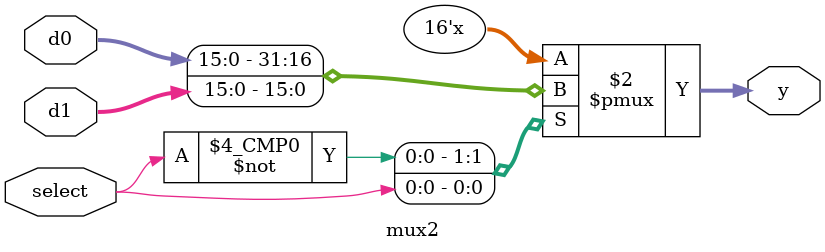
<source format=sv>
`timescale 1ns / 1ps


module mux2 #(parameter WIDTH=16)
    (
    input [WIDTH-1:0] d0, d1,
    input select,
    output logic [WIDTH-1:0] y
    );
    always_comb
        case(select)
            0: y=d0;
            1: y=d1;
        endcase
endmodule

</source>
